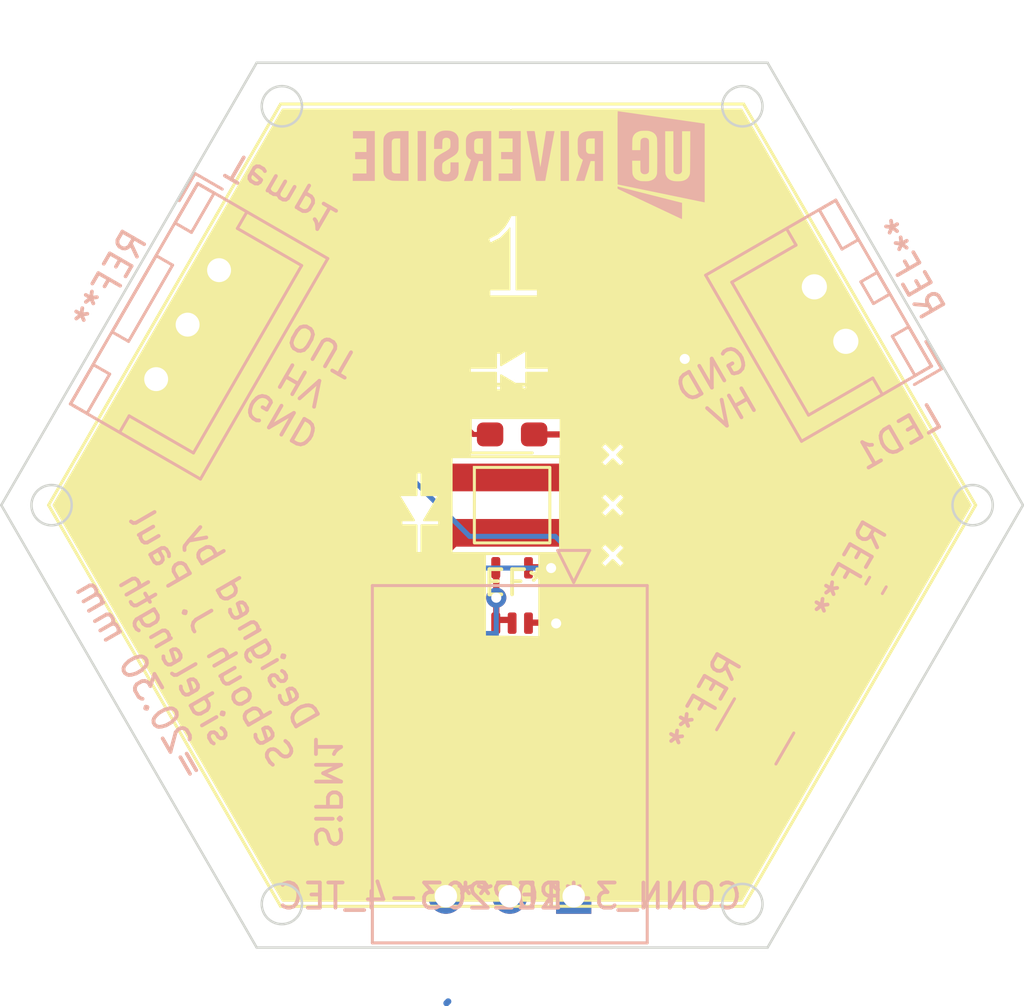
<source format=kicad_pcb>
(kicad_pcb (version 20211014) (generator pcbnew)
  (layers (0 "F.Cu" signal) (31 "B.Cu" signal) (34 "B.Paste" user) (35 "F.Paste" user) (36 "B.SilkS" user "B.Silkscreen") (37 "F.SilkS" user "F.Silkscreen") (38 "B.Mask" user) (39 "F.Mask" user) (44 "Edge.Cuts" user))
  (net 0 "")
  (footprint "Symbol:diode_direction_negative" (layer "F.Cu") (at 103.8 52.65)
    (fp_text reference "REF**" hide)
    (fp_text value "diode_direction_negative" hide)
    (fp_poly (pts (xy 1.4 0.05) (xy 1.4 -0.1) (xy 0.5 -0.1) (xy 0.5 -0.8) (xy -0.5 -0.2) (xy -0.5 -0.7) (xy -0.7 -0.7) (xy -0.7 -0.1) (xy -1.8 -0.1) (xy -1.8 0.1) (xy -0.7 0.1) (xy -0.7 0.8) (xy -0.5 0.8) (xy -0.5 0.2) (xy 0.5 0.8) (xy 0.5 0.1) (xy 2.5 0.1) (xy 2.5 1.9) (xy -1.9 1.9) (xy -1.9 -2) (xy 2.5 -2) (xy 2.5 0.075)) (layer "F.SilkS") (width 0.08) (fill solid))
  )
  (footprint "LED_SMD:LED_0603_1608Metric_Pad1.05x0.95mm_HandSolder" (layer "F.Cu") (at 103.74 55.2)
    (fp_text reference "REF**" (at 0 -1.43) (layer "F.SilkS"))
    (fp_text value "LED_0603_1608Metric_Pad1.05x0.95mm_HandSolder")
    (fp_line (start -1.66 -0.735) (end -1.66 0.735) (layer "F.SilkS") (width 0.12))
    (fp_line (start 0.8 -0.735) (end -1.66 -0.735) (layer "F.SilkS") (width 0.12))
    (fp_line (start -1.66 0.735) (end 0.8 0.735) (layer "F.SilkS") (width 0.12))
    (pad "1" smd roundrect (at -0.875 0) (size 1.05 0.95) (layers "F.Cu" "F.Paste" "F.Mask"))
    (pad "2" smd roundrect (at 0.875 0) (size 1.05 0.95) (layers "F.Cu" "F.Paste" "F.Mask"))
  )
  (footprint "" (layer "F.Cu") (at 103.09 62.7)
    (fp_text reference "" (at 0 0) (layer "F.SilkS") (effects (font (size 1.27 1.27))))
    (fp_text value "" (at 0 0) (layer "F.SilkS") (effects (font (size 1.27 1.27))))
    (pad "1" smd roundrect (at 0 0) (size 0.35 0.85) (layers "F.Cu" "F.Paste" "F.Mask"))
  )
  (footprint "Sensor:LM94021QBIMG-NOPB" (layer "F.Cu") (at 103.74 61.6)
    (fp_text reference "REF**" (at 0 -0.5 unlocked) (layer "F.SilkS"))
    (fp_text value "LM94021QBIMG-NOPB")
    (pad "1" smd roundrect (at -0.65 1.1) (size 0.35 0.85) (layers "F.Cu" "F.Paste" "F.Mask"))
    (pad "2" smd roundrect (at 0 1.1) (size 0.35 0.85) (layers "F.Cu" "F.Paste" "F.Mask"))
    (pad "3" smd roundrect (at 0.65 1.1) (size 0.35 0.85) (layers "F.Cu" "F.Paste" "F.Mask"))
    (pad "4" smd roundrect (at 0.65 -1.1) (size 0.35 0.85) (layers "F.Cu" "F.Paste" "F.Mask"))
    (pad "5" smd roundrect (at -0.65 -1.1) (size 0.35 0.85) (layers "F.Cu" "F.Paste" "F.Mask"))
  )
  (footprint "" (layer "F.Cu") (at 103.09 60.5)
    (fp_text reference "" (at 0 0) (layer "F.SilkS") (effects (font (size 1.27 1.27))))
    (fp_text value "" (at 0 0) (layer "F.SilkS") (effects (font (size 1.27 1.27))))
    (pad "5" smd roundrect (at 0 0) (size 0.35 0.85) (layers "F.Cu" "F.Paste" "F.Mask"))
  )
  (footprint "SiPM:S14160-3015PS_copy" (layer "F.Cu") (at 103.74 58.01)
    (fp_text reference "REF**" hide)
    (fp_text value "S14160-3015PS")
    (fp_line (start -18.42 0) (end -9.2 -15.94) (layer "F.SilkS") (width 0.12))
    (fp_line (start 9.2 15.94) (end 18.42 0) (layer "F.SilkS") (width 0.12))
    (fp_line (start 1.925 -1.925) (end -2.425 -1.925) (layer "F.SilkS") (width 0.12))
    (fp_line (start -2.425 1.925) (end -2.425 -1.925) (layer "F.SilkS") (width 0.12))
    (fp_line (start -2.425 1.925) (end 1.925 1.925) (layer "F.SilkS") (width 0.12))
    (fp_line (start 18.42 0) (end 9.2 -15.94) (layer "F.SilkS") (width 0.12))
    (fp_line (start 1.925 -1.925) (end 1.925 1.925) (layer "F.SilkS") (width 0.12))
    (fp_line (start -9.2 -15.94) (end 9.2 -15.94) (layer "F.SilkS") (width 0.12))
    (fp_line (start -9.2 15.94) (end -18.42 0) (layer "F.SilkS") (width 0.12))
    (fp_line (start -9.2 15.94) (end 9.2 15.94) (layer "F.SilkS") (width 0.12))
    (fp_rect (start -1.5 -1.5) (end 1.5 1.5) (layer "F.SilkS") (width 0.12) (fill none))
    (fp_rect (start 4.6 -7.3) (end 1.95 -2.6) (layer "F.SilkS") (width 0.12) (fill solid))
    (fp_rect (start 4.6 0.6) (end 3.375 1.4) (layer "F.SilkS") (width 0.12) (fill solid))
    (fp_rect (start 1.1 2) (end 1.95 2.575) (layer "F.SilkS") (width 0.12) (fill solid))
    (fp_rect (start -1.7 -2) (end -2.425 -7.3) (layer "F.SilkS") (width 0.12) (fill solid))
    (fp_rect (start 3.375 2.575) (end 1.95 -2.6) (layer "F.SilkS") (width 0.12) (fill solid))
    (fp_rect (start 1.1 5.525) (end 4.6 2.575) (layer "F.SilkS") (width 0.12) (fill solid))
    (fp_rect (start -4.975 1.975) (end -1.1 5.325) (layer "F.SilkS") (width 0.12) (fill solid))
    (fp_rect (start -2.425 -8.1) (end 4.6 -7.3) (layer "F.SilkS") (width 0.12) (fill solid))
    (fp_rect (start -2.425 -1.925) (end -5 -12.1) (layer "F.SilkS") (width 0.12) (fill solid))
    (fp_rect (start 4.6 -0.625) (end 3.375 -1.4) (layer "F.SilkS") (width 0.12) (fill solid))
    (fp_poly (pts (xy -0.1 -12.1) (xy -5 -11.9) (xy -4.975 5.2) (xy 4.6 5.3) (xy 4.6 -8.1) (xy 1.9 -8.125) (xy 1.9 -12.1) (xy 0 -12.1) (xy 0 -15.7) (xy 9.1 -15.7) (xy 18.2 0) (xy 9.1 15.7) (xy -9.1 15.7) (xy -18.2 0) (xy -9.1 -15.7) (xy -0.1 -15.7)) (layer "F.SilkS") (width 0.12) (fill solid))
    (fp_poly (pts (xy 4.6 -1.4) (xy 3.7 -1.4) (xy 3.7 -1.5) (xy 4 -1.8) (xy 4.3 -1.5) (xy 4.5 -1.7) (xy 4.2 -2) (xy 4.5 -2.3) (xy 4.3 -2.5) (xy 4 -2.2) (xy 3.7 -2.5) (xy 3.5 -2.3) (xy 3.8 -2) (xy 3.5 -1.7) (xy 3.65 -1.55) (xy 3.675 -1.4) (xy 3.4 -1.4) (xy 3.4 -2.6) (xy 4.6 -2.6)) (layer "F.SilkS") (width 0.12) (fill solid))
    (fp_poly (pts (xy -3.65 -1.3) (xy -3.8 -1.3) (xy -3.8 -0.4) (xy -4.5 -0.4) (xy -3.9 0.6) (xy -4.4 0.6) (xy -4.4 0.8) (xy -3.8 0.8) (xy -3.8 1.9) (xy -3.6 1.9) (xy -3.6 0.8) (xy -2.9 0.8) (xy -2.9 0.6) (xy -3.5 0.6) (xy -2.9 -0.4) (xy -3.6 -0.4) (xy -3.6 -1.925) (xy -2.425 -1.925) (xy -2.425 2) (xy -5 2) (xy -5 -1.9) (xy -3.65 -1.9)) (layer "F.SilkS") (width 0.08) (fill solid))
    (fp_poly (pts (xy 4.6 0.6) (xy 3.7 0.6) (xy 3.7 0.5) (xy 4 0.2) (xy 4.3 0.5) (xy 4.5 0.3) (xy 4.2 0) (xy 4.5 -0.3) (xy 4.3 -0.5) (xy 4 -0.2) (xy 3.7 -0.5) (xy 3.5 -0.3) (xy 3.8 0) (xy 3.5 0.3) (xy 3.65 0.45) (xy 3.675 0.6) (xy 3.4 0.6) (xy 3.4 -0.6) (xy 4.6 -0.6)) (layer "F.SilkS") (width 0.12) (fill solid))
    (fp_poly (pts (xy 4.6 2.6) (xy 3.7 2.6) (xy 3.7 2.5) (xy 4 2.2) (xy 4.3 2.5) (xy 4.5 2.3) (xy 4.2 2) (xy 4.5 1.7) (xy 4.3 1.5) (xy 4 1.8) (xy 3.7 1.5) (xy 3.5 1.7) (xy 3.8 2) (xy 3.5 2.3) (xy 3.65 2.45) (xy 3.675 2.6) (xy 3.4 2.6) (xy 3.4 1.4) (xy 4.6 1.4)) (layer "F.SilkS") (width 0.12) (fill solid))
    (pad "1" smd rect (at -0.25 -1.1) (size 4.3 1.1) (layers "F.Cu" "F.Paste" "F.Mask"))
    (pad "2" smd rect (at -0.25 1.1) (size 4.3 1.1) (layers "F.Cu" "F.Paste" "F.Mask"))
  )
  (footprint "Connector_JST:JST_XH_B3B-XH-A_1x03_P2.50mm_Vertical" (layer "B.Cu") (at 92.095337 48.672437 -120)
    (fp_text reference "REF**" (at 2.5 3.55 60) (layer "B.SilkS") (effects (justify mirror)))
    (fp_text value "JST_XH_B3B-XH-A_1x03_P2.50mm_Vertical")
    (fp_line (start -1.6 2.75) (end -2.85 2.75) (layer "B.SilkS") (width 0.12))
    (fp_line (start -2.55 2.45) (end -2.55 1.7) (layer "B.SilkS") (width 0.12))
    (fp_line (start 4.25 2.45) (end 0.75 2.45) (layer "B.SilkS") (width 0.12))
    (fp_line (start 4.25 1.7) (end 4.25 2.45) (layer "B.SilkS") (width 0.12))
    (fp_line (start 7.56 2.46) (end -2.56 2.46) (layer "B.SilkS") (width 0.12))
    (fp_line (start 7.55 1.7) (end 7.55 2.45) (layer "B.SilkS") (width 0.12))
    (fp_line (start 0.75 1.7) (end 4.25 1.7) (layer "B.SilkS") (width 0.12))
    (fp_line (start -1.8 -2.75) (end 2.5 -2.75) (layer "B.SilkS") (width 0.12))
    (fp_line (start 6.8 0.2) (end 6.8 -2.75) (layer "B.SilkS") (width 0.12))
    (fp_line (start 0.75 2.45) (end 0.75 1.7) (layer "B.SilkS") (width 0.12))
    (fp_line (start 5.75 1.7) (end 7.55 1.7) (layer "B.SilkS") (width 0.12))
    (fp_line (start 7.55 2.45) (end 5.75 2.45) (layer "B.SilkS") (width 0.12))
    (fp_line (start -1.8 0.2) (end -1.8 -2.75) (layer "B.SilkS") (width 0.12))
    (fp_line (start 5.75 2.45) (end 5.75 1.7) (layer "B.SilkS") (width 0.12))
    (fp_line (start 7.55 0.2) (end 6.8 0.2) (layer "B.SilkS") (width 0.12))
    (fp_line (start -2.55 1.7) (end -0.75 1.7) (layer "B.SilkS") (width 0.12))
    (fp_line (start -2.56 -3.51) (end 7.56 -3.51) (layer "B.SilkS") (width 0.12))
    (fp_line (start -2.85 2.75) (end -2.85 1.5) (layer "B.SilkS") (width 0.12))
    (fp_line (start -0.75 1.7) (end -0.75 2.45) (layer "B.SilkS") (width 0.12))
    (fp_line (start 6.8 -2.75) (end 2.5 -2.75) (layer "B.SilkS") (width 0.12))
    (fp_line (start -2.55 0.2) (end -1.8 0.2) (layer "B.SilkS") (width 0.12))
    (fp_line (start 7.56 -3.51) (end 7.56 2.46) (layer "B.SilkS") (width 0.12))
    (fp_line (start -2.56 2.46) (end -2.56 -3.51) (layer "B.SilkS") (width 0.12))
    (fp_line (start -0.75 2.45) (end -2.55 2.45) (layer "B.SilkS") (width 0.12))
    (pad "1" thru_hole roundrect (at 0 0 240) (size 1.7 1.95) (drill 0.95) (layers *.Cu *.Mask) (roundrect_rratio 0.1470588235))
    (pad "2" thru_hole oval (at 2.5 0 240) (size 1.7 1.95) (drill 0.95) (layers *.Cu *.Mask))
    (pad "3" thru_hole oval (at 5 0 240) (size 1.7 1.95) (drill 0.95) (layers *.Cu *.Mask))
  )
  (footprint "AMPMODU:3-102203-4" (layer "B.Cu") (at 106.1875 73.5501 180)
    (fp_text reference "REF**" (at 2.54 0) (layer "B.SilkS") (effects (justify mirror)))
    (fp_text value "CONN_3-102203-4_TEC" (at 2.54 0) (layer "B.SilkS") (effects (justify mirror)))
    (fp_text user "*" (at 0 0) (layer "B.SilkS") (effects (justify mirror)))
    (fp_line (start 0.635 13.7414) (end 0 12.4714) (layer "B.SilkS") (width 0.12))
    (fp_line (start 8.001 -1.8542) (end 8.001 12.3444) (layer "B.SilkS") (width 0.12))
    (fp_line (start 0 12.4714) (end -0.635 13.7414) (layer "B.SilkS") (width 0.12))
    (fp_line (start -2.921 -1.8542) (end 8.001 -1.8542) (layer "B.SilkS") (width 0.12))
    (fp_line (start -2.921 12.3444) (end -2.921 -1.8542) (layer "B.SilkS") (width 0.12))
    (fp_line (start 8.001 12.3444) (end -2.921 12.3444) (layer "B.SilkS") (width 0.12))
    (fp_line (start -0.635 13.7414) (end 0.635 13.7414) (layer "B.SilkS") (width 0.12))
    (pad "1" thru_hole rect locked (at 0 0 180) (size 1.397 1.397) (drill 0.889) (layers *.Cu *.Mask))
    (pad "2" thru_hole circle locked (at 2.54 0 180) (size 1.397 1.397) (drill 0.889) (layers *.Cu *.Mask))
    (pad "3" thru_hole circle locked (at 5.08 0 180) (size 1.397 1.397) (drill 0.889) (layers *.Cu *.Mask))
  )
  (footprint "Resistor_SMD:R_0402_1005Metric" (layer "B.Cu") (at 118.2 61.2 -120)
    (fp_text reference "REF**" (at 0 1.17 60) (layer "B.SilkS") (effects (justify mirror)))
    (fp_text value "R_0402_1005Metric")
    (fp_line (start -0.153641 0.38) (end 0.153641 0.38) (layer "B.SilkS") (width 0.12))
    (fp_line (start -0.153641 -0.38) (end 0.153641 -0.38) (layer "B.SilkS") (width 0.12))
    (pad "1" smd roundrect (at -0.51 0 240) (size 0.54 0.64) (layers "B.Cu" "B.Paste" "B.Mask"))
    (pad "2" smd roundrect (at 0.51 0 240) (size 0.54 0.64) (layers "B.Cu" "B.Paste" "B.Mask"))
  )
  (footprint "Capacitor_SMD:C_1210_3225Metric" (layer "B.Cu") (at 113.4 67 -120)
    (fp_text reference "REF**" (at 0 2.3 60) (layer "B.SilkS") (effects (justify mirror)))
    (fp_text value "C_1210_3225Metric")
    (fp_line (start -0.711252 -1.36) (end 0.711252 -1.36) (layer "B.SilkS") (width 0.12))
    (fp_line (start -0.711252 1.36) (end 0.711252 1.36) (layer "B.SilkS") (width 0.12))
    (pad "1" smd roundrect (at -1.475 0 240) (size 1.15 2.7) (layers "B.Cu" "B.Paste" "B.Mask") (roundrect_rratio 0.2173913043))
    (pad "2" smd roundrect (at 1.475 0 240) (size 1.15 2.7) (layers "B.Cu" "B.Paste" "B.Mask") (roundrect_rratio 0.2173913043))
  )
  (footprint "Connector_JST:JST_XH_B2B-XH-A_1x02_P2.50mm_Vertical" (layer "B.Cu") (at 117 51.5 120)
    (fp_text reference "REF**" (at 1.25 3.55 120) (layer "B.SilkS") (effects (justify mirror)))
    (fp_text value "JST_XH_B2B-XH-A_1x02_P2.50mm_Vertical")
    (fp_line (start -0.75 1.7) (end -0.75 2.45) (layer "B.SilkS") (width 0.12))
    (fp_line (start 4.3 0.2) (end 4.3 -2.75) (layer "B.SilkS") (width 0.12))
    (fp_line (start -2.55 0.2) (end -1.8 0.2) (layer "B.SilkS") (width 0.12))
    (fp_line (start 5.06 -3.51) (end 5.06 2.46) (layer "B.SilkS") (width 0.12))
    (fp_line (start 0.75 1.7) (end 1.75 1.7) (layer "B.SilkS") (width 0.12))
    (fp_line (start -2.55 1.7) (end -0.75 1.7) (layer "B.SilkS") (width 0.12))
    (fp_line (start -1.8 0.2) (end -1.8 -2.75) (layer "B.SilkS") (width 0.12))
    (fp_line (start 5.05 1.7) (end 5.05 2.45) (layer "B.SilkS") (width 0.12))
    (fp_line (start -2.85 2.75) (end -2.85 1.5) (layer "B.SilkS") (width 0.12))
    (fp_line (start -1.8 -2.75) (end 1.25 -2.75) (layer "B.SilkS") (width 0.12))
    (fp_line (start 0.75 2.45) (end 0.75 1.7) (layer "B.SilkS") (width 0.12))
    (fp_line (start 5.05 2.45) (end 3.25 2.45) (layer "B.SilkS") (width 0.12))
    (fp_line (start -2.55 2.45) (end -2.55 1.7) (layer "B.SilkS") (width 0.12))
    (fp_line (start -0.75 2.45) (end -2.55 2.45) (layer "B.SilkS") (width 0.12))
    (fp_line (start -1.6 2.75) (end -2.85 2.75) (layer "B.SilkS") (width 0.12))
    (fp_line (start 3.25 2.45) (end 3.25 1.7) (layer "B.SilkS") (width 0.12))
    (fp_line (start 3.25 1.7) (end 5.05 1.7) (layer "B.SilkS") (width 0.12))
    (fp_line (start -2.56 2.46) (end -2.56 -3.51) (layer "B.SilkS") (width 0.12))
    (fp_line (start 1.75 1.7) (end 1.75 2.45) (layer "B.SilkS") (width 0.12))
    (fp_line (start 1.75 2.45) (end 0.75 2.45) (layer "B.SilkS") (width 0.12))
    (fp_line (start 5.06 2.46) (end -2.56 2.46) (layer "B.SilkS") (width 0.12))
    (fp_line (start 5.05 0.2) (end 4.3 0.2) (layer "B.SilkS") (width 0.12))
    (fp_line (start -2.56 -3.51) (end 5.06 -3.51) (layer "B.SilkS") (width 0.12))
    (fp_line (start 4.3 -2.75) (end 1.25 -2.75) (layer "B.SilkS") (width 0.12))
    (pad "1" thru_hole roundrect (at 0 0 120) (size 1.7 2) (drill 1) (layers *.Cu *.Mask) (roundrect_rratio 0.1470588235))
    (pad "2" thru_hole oval (at 2.5 0 120) (size 1.7 2) (drill 1) (layers *.Cu *.Mask))
  )
  (footprint "Symbol:UCR_logo_1.4cm" (layer "B.Cu") (at 104.4 44.5 180)
    (fp_text reference "G***" hide)
    (fp_text value "LOGO" hide)
    (fp_poly (pts (xy -0.021082 1.355625) (xy 0.020969 1.354912) (xy 0.050873 1.353636) (xy 0.069922 1.351723) (xy 0.079407 1.3491) (xy 0.081056 1.346966) (xy 0.079714 1.338779) (xy 0.075793 1.316956) (xy 0.069452 1.282341) (xy 0.060848 1.235779) (xy 0.05014 1.178115) (xy 0.037484 1.110193) (xy 0.023038 1.032859) (xy 0.006962 0.946956) (xy -0.010588 0.853329) (xy -0.029454 0.752824) (xy -0.049477 0.646285) (xy -0.0705 0.534556) (xy -0.092366 0.418483) (xy -0.103163 0.361214) (xy -0.125369 0.243419) (xy -0.14681 0.129607) (xy -0.167328 0.020619) (xy -0.186766 -0.082703) (xy -0.204965 -0.179521) (xy -0.221769 -0.268992) (xy -0.237018 -0.350276) (xy -0.250557 -0.422533) (xy -0.262226 -0.484921) (xy -0.271868 -0.5366) (xy -0.279326 -0.57673) (xy -0.284443 -0.604469) (xy -0.287059 -0.618977) (xy -0.287381 -0.620999) (xy -0.29442 -0.622459) (xy -0.314224 -0.623767) (xy -0.344819 -0.624866) (xy -0.384233 -0.625698) (xy -0.430491 -0.626206) (xy -0.471599 -0.626341) (xy -0.521953 -0.626137) (xy -0.56706 -0.62556) (xy -0.604946 -0.62467) (xy -0.633638 -0.623524) (xy -0.651163 -0.622178) (xy -0.655817 -0.620982) (xy -0.657158 -0.613226) (xy -0.661075 -0.591829) (xy -0.66741 -0.557631) (xy -0.676007 -0.511474) (xy -0.686707 -0.454198) (xy -0.699353 -0.386643) (xy -0.713787 -0.309651) (xy -0.729851 -0.224063) (xy -0.747388 -0.130717) (xy -0.76624 -0.030457) (xy -0.78625 0.075879) (xy -0.807259 0.187449) (xy -0.82911 0.303413) (xy -0.840035 0.361361) (xy -0.862249 0.479235) (xy -0.883697 0.593171) (xy -0.904221 0.702325) (xy -0.923664 0.805853) (xy -0.941867 0.90291) (xy -0.958673 0.992651) (xy -0.973925 1.074231) (xy -0.987463 1.146805) (xy -0.999131 1.20953) (xy -1.00877 1.26156) (xy -1.016222 1.302051) (xy -1.021331 1.330158) (xy -1.023937 1.345036) (xy -1.024253 1.347234) (xy -1.020576 1.350219) (xy -1.008668 1.352394) (xy -0.987209 1.353814) (xy -0.954884 1.354534) (xy -0.910375 1.354607) (xy -0.856849 1.354142) (xy -0.689445 1.352162) (xy -0.578291 0.639462) (xy -0.562569 0.538852) (xy -0.54744 0.442402) (xy -0.533061 0.351103) (xy -0.519592 0.265947) (xy -0.507191 0.187927) (xy -0.496018 0.118034) (xy -0.48623 0.05726) (xy -0.477988 0.006597) (xy -0.471449 -0.032962) (xy -0.466772 -0.060427) (xy -0.464117 -0.074804) (xy -0.463603 -0.07677) (xy -0.461995 -0.070163) (xy -0.458301 -0.049977) (xy -0.45268 -0.0172) (xy -0.44529 0.027183) (xy -0.436292 0.082183) (xy -0.425843 0.146815) (xy -0.414104 0.220092) (xy -0.401234 0.301027) (xy -0.387391 0.388633) (xy -0.372735 0.481923) (xy -0.357426 0.579911) (xy -0.351 0.621191) (xy -0.335418 0.72133) (xy -0.320421 0.817536) (xy -0.306172 0.908785) (xy -0.292832 0.994053) (xy -0.280562 1.072314) (xy -0.269523 1.142544) (xy -0.259876 1.203717) (xy -0.251782 1.25481) (xy -0.245403 1.294797) (xy -0.2409 1.322654) (xy -0.238433 1.337356) (xy -0.238067 1.339266) (xy -0.236476 1.344733) (xy -0.23334 1.348842) (xy -0.226776 1.351788) (xy -0.214898 1.353765) (xy -0.195822 1.354966) (xy -0.167661 1.355584) (xy -0.128533 1.355813) (xy -0.076573 1.355846)) (layer "B.SilkS") (width 0) (fill solid))
    (fp_poly (pts (xy -3.531431 -0.856149) (xy -3.529851 -0.872059) (xy -3.52962 -0.890684) (xy -3.531192 -0.918885) (xy -3.535574 -0.936614) (xy -3.538831 -0.940819) (xy -3.54683 -0.944834) (xy -3.567304 -0.954723) (xy -3.599463 -0.970114) (xy -3.642519 -0.990634) (xy -3.695682 -1.015912) (xy -3.758163 -1.045573) (xy -3.829174 -1.079247) (xy -3.907926 -1.11656) (xy -3.993629 -1.15714) (xy -4.085495 -1.200615) (xy -4.182735 -1.246612) (xy -4.284559 -1.294758) (xy -4.390179 -1.344682) (xy -4.498806 -1.396011) (xy -4.60965 -1.448371) (xy -4.721923 -1.501392) (xy -4.834836 -1.5547) (xy -4.9476 -1.607924) (xy -5.059425 -1.660689) (xy -5.169524 -1.712625) (xy -5.277106 -1.763358) (xy -5.381383 -1.812517) (xy -5.481566 -1.859728) (xy -5.576866 -1.904619) (xy -5.666494 -1.946818) (xy -5.749661 -1.985953) (xy -5.825578 -2.02165) (xy -5.893455 -2.053537) (xy -5.952505 -2.081243) (xy -6.001938 -2.104394) (xy -6.040965 -2.122618) (xy -6.068798 -2.135543) (xy -6.084646 -2.142796) (xy -6.088185 -2.144299) (xy -6.089384 -2.137179) (xy -6.090499 -2.11681) (xy -6.091503 -2.084683) (xy -6.092369 -2.042286) (xy -6.09307 -1.991109) (xy -6.093581 -1.932642) (xy -6.093875 -1.868372) (xy -6.093937 -1.820971) (xy -6.093937 -1.497643) (xy -6.044198 -1.485237) (xy -6.025771 -1.48061) (xy -5.994623 -1.472752) (xy -5.951643 -1.461887) (xy -5.897717 -1.44824) (xy -5.833732 -1.432037) (xy -5.760574 -1.413503) (xy -5.679131 -1.392863) (xy -5.590289 -1.370341) (xy -5.494935 -1.346163) (xy -5.393955 -1.320554) (xy -5.288237 -1.29374) (xy -5.178668 -1.265944) (xy -5.066133 -1.237393) (xy -4.951521 -1.20831) (xy -4.835717 -1.178923) (xy -4.719609 -1.149454) (xy -4.604082 -1.12013) (xy -4.490025 -1.091176) (xy -4.378324 -1.062816) (xy -4.269866 -1.035276) (xy -4.165537 -1.008781) (xy -4.066224 -0.983556) (xy -3.972814 -0.959826) (xy -3.886194 -0.937815) (xy -3.807251 -0.91775) (xy -3.736871 -0.899855) (xy -3.675941 -0.884355) (xy -3.625348 -0.871475) (xy -3.585979 -0.861441) (xy -3.55872 -0.854477) (xy -3.544459 -0.850809) (xy -3.542516 -0.850293) (xy -3.535335 -0.849886)) (layer "B.SilkS") (width 0) (fill solid))
    (fp_poly (pts (xy 4.413867 -0.626341) (xy 4.082274 -0.626341) (xy 4.082274 1.355846) (xy 4.413867 1.355846)) (layer "B.SilkS") (width 0) (fill solid))
    (fp_poly (pts (xy 1.762967 1.355786) (xy 1.828408 1.35557) (xy 1.89197 1.354984) (xy 1.951474 1.354075) (xy 2.004739 1.352891) (xy 2.049587 1.351479) (xy 2.083835 1.349888) (xy 2.103771 1.348343) (xy 2.192516 1.333145) (xy 2.270184 1.308577) (xy 2.336655 1.274708) (xy 2.391805 1.231606) (xy 2.435511 1.179342) (xy 2.451938 1.151872) (xy 2.46334 1.129604) (xy 2.472734 1.108466) (xy 2.480295 1.086803) (xy 2.486199 1.062957) (xy 2.490622 1.035271) (xy 2.49374 1.002088) (xy 2.495728 0.96175) (xy 2.496762 0.9126) (xy 2.497018 0.852982) (xy 2.496673 0.781237) (xy 2.496271 0.733973) (xy 2.495583 0.663071) (xy 2.494901 0.605258) (xy 2.494124 0.558887) (xy 2.493149 0.522311) (xy 2.491875 0.493883) (xy 2.490199 0.471954) (xy 2.48802 0.454878) (xy 2.485237 0.441006) (xy 2.481747 0.428693) (xy 2.477449 0.416289) (xy 2.476479 0.41364) (xy 2.448246 0.356096) (xy 2.408613 0.302754) (xy 2.360918 0.257836) (xy 2.343255 0.245098) (xy 2.32034 0.22929) (xy 2.302826 0.216208) (xy 2.293861 0.208232) (xy 2.293351 0.207406) (xy 2.295285 0.199573) (xy 2.301557 0.179021) (xy 2.311762 0.146987) (xy 2.325494 0.104705) (xy 2.342348 0.053411) (xy 2.361917 -0.005662) (xy 2.383796 -0.071277) (xy 2.40758 -0.142199) (xy 2.431224 -0.212346) (xy 2.571105 -0.626341) (xy 2.233942 -0.626341) (xy 2.207932 -0.547128) (xy 2.199645 -0.521662) (xy 2.1876 -0.484327) (xy 2.172493 -0.437299) (xy 2.155021 -0.382756) (xy 2.135883 -0.322874) (xy 2.115776 -0.259833) (xy 2.096399 -0.198955) (xy 2.076599 -0.136715) (xy 2.057622 -0.077105) (xy 2.040069 -0.022011) (xy 2.02454 0.02668) (xy 2.011638 0.067082) (xy 2.001964 0.097309) (xy 1.996119 0.115475) (xy 1.99593 0.116058) (xy 1.980985 0.162112) (xy 1.820075 0.162112) (xy 1.820075 -0.626341) (xy 1.488482 -0.626341) (xy 1.488482 1.061097) (xy 1.820075 1.061097) (xy 1.820075 0.449493) (xy 1.928764 0.449534) (xy 1.969822 0.450071) (xy 2.007888 0.451518) (xy 2.039438 0.453673) (xy 2.06095 0.456337) (xy 2.065287 0.457304) (xy 2.101244 0.474393) (xy 2.132247 0.502663) (xy 2.154593 0.538611) (xy 2.156716 0.543787) (xy 2.161034 0.556664) (xy 2.164328 0.571431) (xy 2.166732 0.590185) (xy 2.168377 0.615018) (xy 2.169396 0.648028) (xy 2.169922 0.691308) (xy 2.170088 0.746954) (xy 2.17009 0.755295) (xy 2.169797 0.819834) (xy 2.168676 0.871538) (xy 2.166359 0.9123) (xy 2.16248 0.944014) (xy 2.156674 0.968574) (xy 2.148574 0.987876) (xy 2.137814 1.003812) (xy 2.124027 1.018277) (xy 2.118232 1.023508) (xy 2.100707 1.036937) (xy 2.081448 1.046829) (xy 2.057925 1.053685) (xy 2.027612 1.058005) (xy 1.987979 1.060292) (xy 1.936499 1.061044) (xy 1.928764 1.061056) (xy 1.820075 1.061097) (xy 1.488482 1.061097) (xy 1.488482 1.355846)) (layer "B.SilkS") (width 0) (fill solid))
    (fp_poly (pts (xy -3.538697 2.142681) (xy -3.537559 2.137445) (xy -3.536517 2.12802) (xy -3.535567 2.113836) (xy -3.534705 2.094321) (xy -3.533928 2.068904) (xy -3.533231 2.037015) (xy -3.53261 1.998082) (xy -3.532061 1.951534) (xy -3.53158 1.8968) (xy -3.531163 1.83331) (xy -3.530806 1.760492) (xy -3.530505 1.677776) (xy -3.530256 1.58459) (xy -3.530055 1.480363) (xy -3.529897 1.364524) (xy -3.529779 1.236502) (xy -3.529697 1.095727) (xy -3.529646 0.941627) (xy -3.529623 0.773632) (xy -3.52962 0.688976) (xy -3.529642 0.543671) (xy -3.529707 0.402343) (xy -3.529811 0.265694) (xy -3.529954 0.134426) (xy -3.530133 0.009241) (xy -3.530345 -0.109159) (xy -3.53059 -0.220073) (xy -3.530864 -0.322797) (xy -3.531166 -0.416631) (xy -3.531493 -0.500872) (xy -3.531843 -0.574818) (xy -3.532215 -0.637767) (xy -3.532606 -0.689017) (xy -3.533013 -0.727867) (xy -3.533436 -0.753613) (xy -3.533871 -0.765555) (xy -3.534017 -0.766347) (xy -3.541538 -0.767815) (xy -3.562854 -0.772133) (xy -3.597325 -0.779167) (xy -3.644313 -0.788788) (xy -3.703179 -0.800863) (xy -3.773284 -0.815261) (xy -3.85399 -0.831851) (xy -3.944657 -0.850501) (xy -4.044648 -0.871079) (xy -4.153323 -0.893455) (xy -4.270043 -0.917496) (xy -4.394171 -0.943071) (xy -4.525066 -0.970049) (xy -4.662092 -0.998299) (xy -4.804607 -1.027688) (xy -4.951975 -1.058085) (xy -5.103556 -1.089359) (xy -5.201191 -1.109508) (xy -5.35598 -1.141452) (xy -5.507428 -1.172707) (xy -5.654866 -1.203135) (xy -5.797624 -1.232596) (xy -5.935032 -1.260952) (xy -6.066419 -1.288066) (xy -6.191118 -1.313799) (xy -6.308456 -1.338013) (xy -6.417765 -1.36057) (xy -6.518375 -1.381331) (xy -6.609616 -1.400159) (xy -6.690818 -1.416914) (xy -6.761312 -1.431459) (xy -6.820427 -1.443656) (xy -6.867493 -1.453367) (xy -6.901842 -1.460452) (xy -6.922802 -1.464775) (xy -6.928445 -1.465937) (xy -6.992922 -1.479207) (xy -6.992922 1.348477) (xy -6.418863 1.348477) (xy -6.416092 0.517653) (xy -6.415601 0.381444) (xy -6.415078 0.259302) (xy -6.414513 0.150557) (xy -6.413899 0.054541) (xy -6.413224 -0.029417) (xy -6.41248 -0.101986) (xy -6.411658 -0.163837) (xy -6.410747 -0.215639) (xy -6.40974 -0.258062) (xy -6.408626 -0.291776) (xy -6.407395 -0.31745) (xy -6.40604 -0.335755) (xy -6.40455 -0.34736) (xy -6.403982 -0.350014) (xy -6.379244 -0.42144) (xy -6.343768 -0.482804) (xy -6.297515 -0.534143) (xy -6.240446 -0.575493) (xy -6.172519 -0.60689) (xy -6.102241 -0.626632) (xy -6.051589 -0.634448) (xy -5.991244 -0.639233) (xy -5.925937 -0.640978) (xy -5.860397 -0.639676) (xy -5.799356 -0.635322) (xy -5.747544 -0.627906) (xy -5.743923 -0.627177) (xy -5.666571 -0.605925) (xy -5.600881 -0.576181) (xy -5.545975 -0.537195) (xy -5.500975 -0.488217) (xy -5.465004 -0.4285) (xy -5.440771 -0.368436) (xy -5.438688 -0.361562) (xy -5.436825 -0.353593) (xy -5.435167 -0.343694) (xy -5.433701 -0.331029) (xy -5.43241 -0.314764) (xy -5.43128 -0.294064) (xy -5.430296 -0.268093) (xy -5.429443 -0.236016) (xy -5.428707 -0.196999) (xy -5.428072 -0.150205) (xy -5.427523 -0.0948) (xy -5.427046 -0.029949) (xy -5.426625 0.045183) (xy -5.426246 0.131432) (xy -5.425894 0.229632) (xy -5.425554 0.340619) (xy -5.425434 0.384282) (xy -5.107775 0.384282) (xy -5.107727 0.293023) (xy -5.107481 0.20278) (xy -5.107035 0.114868) (xy -5.106391 0.030598) (xy -5.105549 -0.048717) (xy -5.104507 -0.121763) (xy -5.103265 -0.187229) (xy -5.101824 -0.2438) (xy -5.100184 -0.290166) (xy -5.098343 -0.325012) (xy -5.096303 -0.347026) (xy -5.095434 -0.351932) (xy -5.072507 -0.421158) (xy -5.038515 -0.480962) (xy -4.993308 -0.531468) (xy -4.936739 -0.572802) (xy -4.86866 -0.605087) (xy -4.788923 -0.62845) (xy -4.761444 -0.633967) (xy -4.742911 -0.635857) (xy -4.712776 -0.637243) (xy -4.674171 -0.638056) (xy -4.630226 -0.638225) (xy -4.590717 -0.637804) (xy -4.538235 -0.636605) (xy -4.497525 -0.634906) (xy -4.465621 -0.632424) (xy -4.439558 -0.628876) (xy -4.416371 -0.62398) (xy -4.400393 -0.619635) (xy -4.32618 -0.592578) (xy -4.26416 -0.557914) (xy -4.213414 -0.514766) (xy -4.173025 -0.462256) (xy -4.142074 -0.399509) (xy -4.128678 -0.360102) (xy -4.125291 -0.345849) (xy -4.122484 -0.32714) (xy -4.120173 -0.302401) (xy -4.118279 -0.270057) (xy -4.116719 -0.228534) (xy -4.11541 -0.176257) (xy -4.114273 -0.111652) (xy -4.11371 -0.071845) (xy -4.110418 0.17685) (xy -4.435974 0.17685) (xy -4.435974 -0.014374) (xy -4.436304 -0.074127) (xy -4.437247 -0.128325) (xy -4.438728 -0.174901) (xy -4.440674 -0.211784) (xy -4.443012 -0.236905) (xy -4.444137 -0.243663) (xy -4.459971 -0.28548) (xy -4.486816 -0.318783) (xy -4.523177 -0.342851) (xy -4.567556 -0.356964) (xy -4.618459 -0.360404) (xy -4.671625 -0.353101) (xy -4.712982 -0.33684) (xy -4.746478 -0.309971) (xy -4.768207 -0.277182) (xy -4.770669 -0.271202) (xy -4.77282 -0.26417) (xy -4.774681 -0.255108) (xy -4.776271 -0.243035) (xy -4.777613 -0.226971) (xy -4.778727 -0.205937) (xy -4.779635 -0.178951) (xy -4.780357 -0.145034) (xy -4.780914 -0.103207) (xy -4.781328 -0.052488) (xy -4.781619 0.008102) (xy -4.781809 0.079542) (xy -4.781919 0.162814) (xy -4.781969 0.258897) (xy -4.78198 0.364752) (xy -4.781968 0.474136) (xy -4.781916 0.569762) (xy -4.781804 0.65261) (xy -4.781611 0.723662) (xy -4.781316 0.783895) (xy -4.780897 0.834292) (xy -4.780335 0.875831) (xy -4.779607 0.909493) (xy -4.778692 0.936258) (xy -4.777571 0.957105) (xy -4.776221 0.973016) (xy -4.774621 0.984969) (xy -4.772751 0.993945) (xy -4.77059 1.000924) (xy -4.768207 1.006687) (xy -4.744618 1.041478) (xy -4.710532 1.067731) (xy -4.671625 1.082605) (xy -4.616879 1.089711) (xy -4.566165 1.085642) (xy -4.521383 1.07112) (xy -4.484435 1.046864) (xy -4.457219 1.013595) (xy -4.449707 0.998463) (xy -4.446239 0.983398) (xy -4.443329 0.95576) (xy -4.440947 0.915018) (xy -4.439063 0.860643) (xy -4.437646 0.792104) (xy -4.437561 0.786612) (xy -4.434691 0.596867) (xy -4.110309 0.596867) (xy -4.113605 0.819771) (xy -4.114752 0.887479) (xy -4.116054 0.942222) (xy -4.117614 0.985772) (xy -4.119536 1.019901) (xy -4.121925 1.046382) (xy -4.124886 1.066987) (xy -4.128522 1.083488) (xy -4.129292 1.086287) (xy -4.155066 1.15451) (xy -4.191121 1.21302) (xy -4.237993 1.262322) (xy -4.296221 1.302915) (xy -4.366341 1.335304) (xy -4.411663 1.350236) (xy -4.433594 1.356156) (xy -4.454439 1.360499) (xy -4.477063 1.363502) (xy -4.504333 1.365402) (xy -4.539115 1.366437) (xy -4.584274 1.366843) (xy -4.612823 1.366885) (xy -4.664384 1.366717) (xy -4.704092 1.366053) (xy -4.734829 1.364649) (xy -4.759478 1.362265) (xy -4.78092 1.358659) (xy -4.802038 1.353588) (xy -4.815204 1.349901) (xy -4.891927 1.321771) (xy -4.956725 1.285111) (xy -5.009883 1.239647) (xy -5.051682 1.185108) (xy -5.082405 1.12122) (xy -5.09525 1.079813) (xy -5.097375 1.064008) (xy -5.099302 1.03478) (xy -5.101033 0.993441) (xy -5.102567 0.941305) (xy -5.103904 0.879683) (xy -5.105043 0.809889) (xy -5.105985 0.733236) (xy -5.10673 0.651036) (xy -5.107276 0.564602) (xy -5.107625 0.475246) (xy -5.107775 0.384282) (xy -5.425434 0.384282) (xy -5.425211 0.465227) (xy -5.425093 0.510285) (xy -5.422906 1.348477) (xy -5.74729 1.348477) (xy -5.749291 0.547128) (xy -5.751291 -0.254221) (xy -5.767704 -0.284917) (xy -5.79087 -0.317257) (xy -5.821511 -0.33945) (xy -5.862339 -0.353335) (xy -5.871319 -0.355157) (xy -5.927538 -0.36036) (xy -5.977461 -0.354375) (xy -6.019738 -0.337682) (xy -6.05302 -0.310763) (xy -6.071398 -0.283898) (xy -6.090253 -0.247257) (xy -6.094377 1.348477) (xy -6.418863 1.348477) (xy -6.992922 1.348477) (xy -6.992922 1.649424) (xy -6.972658 1.653598) (xy -6.963232 1.655086) (xy -6.940067 1.658531) (xy -6.903945 1.66382) (xy -6.855646 1.670841) (xy -6.795951 1.679485) (xy -6.725641 1.689637) (xy -6.645496 1.701188) (xy -6.556298 1.714025) (xy -6.458827 1.728037) (xy -6.353863 1.743113) (xy -6.242188 1.75914) (xy -6.124583 1.776007) (xy -6.001827 1.793602) (xy -5.874703 1.811814) (xy -5.743991 1.830531) (xy -5.610471 1.849642) (xy -5.474924 1.869035) (xy -5.338131 1.888598) (xy -5.200873 1.90822) (xy -5.063931 1.927789) (xy -4.928086 1.947193) (xy -4.794117 1.966322) (xy -4.662807 1.985062) (xy -4.534935 2.003304) (xy -4.411283 2.020934) (xy -4.292631 2.037842) (xy -4.179761 2.053916) (xy -4.073452 2.069043) (xy -3.974486 2.083114) (xy -3.883643 2.096015) (xy -3.801705 2.107636) (xy -3.729451 2.117865) (xy -3.667664 2.12659) (xy -3.617123 2.133699) (xy -3.578609 2.139081) (xy -3.552904 2.142625) (xy -3.540787 2.144218) (xy -3.539936 2.1443)) (layer "B.SilkS") (width 0) (fill solid))
    (fp_poly (pts (xy -2.680375 1.355786) (xy -2.614934 1.35557) (xy -2.551372 1.354984) (xy -2.491868 1.354075) (xy -2.438603 1.352891) (xy -2.393755 1.351479) (xy -2.359507 1.349888) (xy -2.339571 1.348343) (xy -2.250779 1.333072) (xy -2.173023 1.308298) (xy -2.106406 1.274097) (xy -2.051028 1.230547) (xy -2.006991 1.177725) (xy -1.974396 1.115707) (xy -1.956066 1.057137) (xy -1.952945 1.041559) (xy -1.950469 1.023557) (xy -1.948591 1.001493) (xy -1.947263 0.973725) (xy -1.94644 0.938614) (xy -1.946075 0.894519) (xy -1.946122 0.839802) (xy -1.946532 0.77282) (xy -1.946865 0.733672) (xy -1.947531 0.662902) (xy -1.948187 0.605236) (xy -1.948937 0.559045) (xy -1.949882 0.522696) (xy -1.951125 0.494558) (xy -1.952768 0.472999) (xy -1.954915 0.456387) (xy -1.957667 0.443091) (xy -1.961128 0.43148) (xy -1.965399 0.419921) (xy -1.966809 0.416333) (xy -1.997879 0.35226) (xy -2.03684 0.299215) (xy -2.08582 0.254665) (xy -2.124036 0.229064) (xy -2.140874 0.21767) (xy -2.150663 0.208541) (xy -2.151669 0.206279) (xy -2.149374 0.198347) (xy -2.142767 0.177711) (xy -2.132266 0.145623) (xy -2.118287 0.103339) (xy -2.101247 0.052111) (xy -2.081563 -0.006807) (xy -2.059651 -0.072161) (xy -2.035928 -0.142697) (xy -2.015347 -0.203732) (xy -1.990428 -0.277707) (xy -1.966978 -0.347629) (xy -1.945418 -0.412231) (xy -1.926163 -0.470246) (xy -1.909632 -0.520406) (xy -1.896243 -0.561446) (xy -1.886414 -0.592096) (xy -1.880563 -0.611092) (xy -1.879026 -0.617074) (xy -1.881833 -0.620231) (xy -1.891269 -0.622551) (xy -1.908854 -0.624105) (xy -1.936107 -0.624962) (xy -1.974549 -0.62519) (xy -2.025699 -0.624858) (xy -2.045621 -0.624638) (xy -2.212216 -0.622657) (xy -2.311031 -0.31317) (xy -2.332817 -0.244908) (xy -2.354175 -0.177932) (xy -2.374478 -0.114209) (xy -2.393101 -0.055706) (xy -2.409418 -0.004391) (xy -2.422803 0.037768) (xy -2.432629 0.068806) (xy -2.43591 0.079214) (xy -2.461974 0.162112) (xy -2.623267 0.162112) (xy -2.623267 -0.626341) (xy -2.95486 -0.626341) (xy -2.95486 1.061097) (xy -2.623267 1.061097) (xy -2.623267 0.449493) (xy -2.514578 0.449534) (xy -2.473568 0.450062) (xy -2.435596 0.451486) (xy -2.40417 0.453607) (xy -2.382796 0.456228) (xy -2.378486 0.457186) (xy -2.341547 0.474584) (xy -2.310219 0.503083) (xy -2.290788 0.533928) (xy -2.286616 0.544479) (xy -2.283389 0.556798) (xy -2.280991 0.572823) (xy -2.279301 0.594491) (xy -2.278203 0.623739) (xy -2.277576 0.662506) (xy -2.277304 0.712728) (xy -2.277261 0.755295) (xy -2.277443 0.81997) (xy -2.278219 0.871745) (xy -2.27993 0.912457) (xy -2.282918 0.94394) (xy -2.287525 0.968032) (xy -2.294093 0.986567) (xy -2.302963 1.001382) (xy -2.314478 1.014311) (xy -2.327698 1.026117) (xy -2.345049 1.038716) (xy -2.364492 1.047978) (xy -2.388541 1.054373) (xy -2.419709 1.058371) (xy -2.460509 1.060442) (xy -2.513453 1.061055) (xy -2.514578 1.061056) (xy -2.623267 1.061097) (xy -2.95486 1.061097) (xy -2.95486 1.355846)) (layer "B.SilkS") (width 0) (fill solid))
    (fp_poly (pts (xy 5.045735 1.355786) (xy 5.139792 1.355458) (xy 5.220651 1.354399) (xy 5.289841 1.352428) (xy 5.34889 1.349366) (xy 5.399327 1.34503) (xy 5.442681 1.339241) (xy 5.480481 1.331817) (xy 5.514256 1.322579) (xy 5.545535 1.311345) (xy 5.575846 1.297934) (xy 5.588595 1.29164) (xy 5.62735 1.266808) (xy 5.666788 1.232701) (xy 5.702348 1.193815) (xy 5.729471 1.154649) (xy 5.731812 1.150388) (xy 5.739342 1.136237) (xy 5.745982 1.123127) (xy 5.751789 1.110083) (xy 5.756818 1.096131) (xy 5.761126 1.080297) (xy 5.764768 1.061607) (xy 5.7678 1.039086) (xy 5.770278 1.011761) (xy 5.772258 0.978658) (xy 5.773795 0.938801) (xy 5.774946 0.891218) (xy 5.775766 0.834934) (xy 5.776312 0.768974) (xy 5.776639 0.692365) (xy 5.776802 0.604132) (xy 5.776858 0.503301) (xy 5.776864 0.388899) (xy 5.776863 0.364752) (xy 5.776863 0.247585) (xy 5.776824 0.144179) (xy 5.776688 0.053559) (xy 5.7764 -0.025251) (xy 5.775902 -0.093226) (xy 5.775138 -0.151342) (xy 5.77405 -0.200575) (xy 5.77258 -0.241901) (xy 5.770674 -0.276295) (xy 5.768272 -0.304733) (xy 5.765319 -0.32819) (xy 5.761757 -0.347643) (xy 5.75753 -0.364068) (xy 5.75258 -0.378438) (xy 5.746851 -0.391732) (xy 5.740285 -0.404924) (xy 5.732825 -0.41899) (xy 5.730887 -0.42262) (xy 5.692708 -0.478734) (xy 5.642644 -0.526392) (xy 5.581057 -0.565338) (xy 5.508309 -0.595314) (xy 5.474134 -0.605266) (xy 5.458313 -0.609172) (xy 5.442686 -0.612416) (xy 5.425687 -0.615077) (xy 5.405749 -0.617233) (xy 5.381306 -0.618964) (xy 5.350792 -0.620348) (xy 5.312639 -0.621464) (xy 5.265282 -0.622391) (xy 5.207155 -0.623208) (xy 5.13669 -0.623994) (xy 5.093632 -0.624426) (xy 4.774934 -0.627558) (xy 4.774934 1.061097) (xy 5.106527 1.061097) (xy 5.106527 -0.331592) (xy 5.211531 -0.331551) (xy 5.251931 -0.331004) (xy 5.289333 -0.329532) (xy 5.320134 -0.327345) (xy 5.34073 -0.324649) (xy 5.34394 -0.323899) (xy 5.380879 -0.306501) (xy 5.412206 -0.278002) (xy 5.431638 -0.247157) (xy 5.434115 -0.24107) (xy 5.436271 -0.233786) (xy 5.438127 -0.2243) (xy 5.439707 -0.211606) (xy 5.441032 -0.194699) (xy 5.442124 -0.172574) (xy 5.443006 -0.144225) (xy 5.443701 -0.108648) (xy 5.444229 -0.064837) (xy 5.444614 -0.011787) (xy 5.444877 0.051508) (xy 5.445042 0.126052) (xy 5.445129 0.212851) (xy 5.445162 0.312911) (xy 5.445165 0.364752) (xy 5.44515 0.471385) (xy 5.445091 0.564285) (xy 5.444966 0.644458) (xy 5.444751 0.71291) (xy 5.444426 0.770645) (xy 5.443968 0.818669) (xy 5.443355 0.857987) (xy 5.442563 0.889604) (xy 5.441572 0.914526) (xy 5.440359 0.933758) (xy 5.438902 0.948305) (xy 5.437178 0.959172) (xy 5.435166 0.967365) (xy 5.432842 0.973889) (xy 5.431638 0.976661) (xy 5.408433 1.011894) (xy 5.376107 1.039096) (xy 5.34394 1.053404) (xy 5.326552 1.056196) (xy 5.298032 1.058534) (xy 5.261984 1.06021) (xy 5.222011 1.061015) (xy 5.211531 1.061056) (xy 5.106527 1.061097) (xy 4.774934 1.061097) (xy 4.774934 1.355846)) (layer "B.SilkS") (width 0) (fill solid))
    (fp_poly (pts (xy 0.749768 1.354063) (xy 1.18268 1.352162) (xy 1.184678 1.206629) (xy 1.186676 1.061097) (xy 0.641079 1.061097) (xy 0.641079 0.52318) (xy 1.09794 0.52318) (xy 1.09794 0.236013) (xy 0.871352 0.234064) (xy 0.644763 0.232115) (xy 0.642833 -0.049739) (xy 0.640904 -0.331592) (xy 1.193733 -0.331592) (xy 1.193733 -0.626341) (xy 0.316855 -0.626341) (xy 0.316855 1.355964)) (layer "B.SilkS") (width 0) (fill solid))
    (fp_poly (pts (xy 6.985552 1.061097) (xy 6.447635 1.061097) (xy 6.447635 0.52318) (xy 6.897128 0.52318) (xy 6.897128 0.2358) (xy 6.447635 0.2358) (xy 6.447635 -0.331592) (xy 6.992921 -0.331592) (xy 6.992921 -0.626341) (xy 6.116043 -0.626341) (xy 6.116043 1.355846) (xy 6.985552 1.355846)) (layer "B.SilkS") (width 0) (fill solid))
    (fp_poly (pts (xy -1.267421 -0.626341) (xy -1.599014 -0.626341) (xy -1.599014 1.355846) (xy -1.267421 1.355846)) (layer "B.SilkS") (width 0) (fill solid))
    (fp_poly (pts (xy 3.320101 1.373283) (xy 3.379039 1.369711) (xy 3.429638 1.363005) (xy 3.441195 1.360669) (xy 3.510717 1.339623) (xy 3.575087 1.30911) (xy 3.63202 1.270684) (xy 3.679229 1.225899) (xy 3.714428 1.176308) (xy 3.715559 1.174236) (xy 3.728255 1.149289) (xy 3.738381 1.125223) (xy 3.746225 1.099972) (xy 3.752072 1.071465) (xy 3.75621 1.037636) (xy 3.758926 0.996416) (xy 3.760506 0.945736) (xy 3.761236 0.883528) (xy 3.76138 0.84372) (xy 3.761734 0.644764) (xy 3.43751 0.644764) (xy 3.433826 0.817929) (xy 3.43241 0.877523) (xy 3.430711 0.924371) (xy 3.428297 0.960462) (xy 3.42474 0.987787) (xy 3.419607 1.008336) (xy 3.41247 1.024098) (xy 3.402896 1.037063) (xy 3.390457 1.049223) (xy 3.382281 1.056252) (xy 3.347352 1.076948) (xy 3.305721 1.088156) (xy 3.261145 1.090098) (xy 3.217383 1.082997) (xy 3.178195 1.067078) (xy 3.147338 1.042564) (xy 3.147069 1.042259) (xy 3.131129 1.019608) (xy 3.119141 0.99481) (xy 3.117414 0.989453) (xy 3.114178 0.969398) (xy 3.11185 0.938181) (xy 3.110426 0.899352) (xy 3.109904 0.856458) (xy 3.110278 0.813049) (xy 3.111546 0.772671) (xy 3.113703 0.738874) (xy 3.116747 0.715206) (xy 3.117701 0.711082) (xy 3.127176 0.68798) (xy 3.143708 0.664582) (xy 3.168433 0.63998) (xy 3.202488 0.613263) (xy 3.247009 0.583521) (xy 3.303134 0.549845) (xy 3.356859 0.51962) (xy 3.434958 0.475884) (xy 3.500929 0.437189) (xy 3.556088 0.40254) (xy 3.601754 0.370942) (xy 3.639242 0.341402) (xy 3.66987 0.312924) (xy 3.694954 0.284516) (xy 3.715812 0.255181) (xy 3.723255 0.242987) (xy 3.734524 0.22256) (xy 3.743655 0.202497) (xy 3.750845 0.181037) (xy 3.756288 0.15642) (xy 3.760182 0.126885) (xy 3.762723 0.090674) (xy 3.764105 0.046025) (xy 3.764527 -0.008821) (xy 3.764183 -0.075625) (xy 3.763714 -0.120181) (xy 3.762888 -0.186162) (xy 3.762044 -0.239204) (xy 3.761059 -0.281104) (xy 3.759811 -0.31366) (xy 3.758181 -0.338669) (xy 3.756045 -0.357929) (xy 3.753282 -0.373238) (xy 3.749771 -0.386394) (xy 3.745389 -0.399193) (xy 3.744721 -0.401) (xy 3.71432 -0.465367) (xy 3.674585 -0.519115) (xy 3.624807 -0.562841) (xy 3.564279 -0.597141) (xy 3.492294 -0.622612) (xy 3.477286 -0.626497) (xy 3.437936 -0.633804) (xy 3.388134 -0.639545) (xy 3.3321 -0.643541) (xy 3.274053 -0.645616) (xy 3.218213 -0.645592) (xy 3.168801 -0.643291) (xy 3.142761 -0.640577) (xy 3.058685 -0.623494) (xy 2.985497 -0.596799) (xy 2.923348 -0.560613) (xy 2.872387 -0.515057) (xy 2.832762 -0.460256) (xy 2.804625 -0.396329) (xy 2.793639 -0.355178) (xy 2.791109 -0.33526) (xy 2.788974 -0.302203) (xy 2.787289 -0.257599) (xy 2.786103 -0.203043) (xy 2.785471 -0.140129) (xy 2.785378 -0.102799) (xy 2.785378 0.110531) (xy 3.109602 0.110531) (xy 3.109602 -0.240525) (xy 3.129866 -0.280532) (xy 3.156274 -0.317472) (xy 3.192195 -0.343354) (xy 3.237042 -0.357855) (xy 3.275399 -0.361067) (xy 3.326439 -0.355149) (xy 3.368984 -0.337609) (xy 3.402449 -0.308773) (xy 3.420931 -0.280532) (xy 3.428215 -0.265644) (xy 3.433504 -0.252316) (xy 3.437118 -0.237871) (xy 3.439375 -0.219636) (xy 3.440594 -0.194935) (xy 3.441095 -0.161094) (xy 3.441195 -0.115438) (xy 3.441195 -0.110522) (xy 3.440707 -0.0532) (xy 3.438872 -0.008236) (xy 3.435131 0.026728) (xy 3.428925 0.054051) (xy 3.419696 0.07609) (xy 3.406886 0.095204) (xy 3.389936 0.11375) (xy 3.387516 0.116128) (xy 3.371404 0.129102) (xy 3.344314 0.147774) (xy 3.308252 0.170871) (xy 3.265227 0.197122) (xy 3.217246 0.225254) (xy 3.198027 0.236232) (xy 3.119435 0.281424) (xy 3.052907 0.321211) (xy 2.997214 0.356559) (xy 2.95113 0.388433) (xy 2.913426 0.417796) (xy 2.882877 0.445614) (xy 2.858254 0.472852) (xy 2.838331 0.500475) (xy 2.82188 0.529446) (xy 2.819854 0.533523) (xy 2.810258 0.554293) (xy 2.802632 0.574422) (xy 2.79675 0.595913) (xy 2.792389 0.620775) (xy 2.789325 0.65101) (xy 2.787333 0.688626) (xy 2.786189 0.735628) (xy 2.785669 0.79402) (xy 2.785558 0.840329) (xy 2.785687 0.906117) (xy 2.786259 0.959007) (xy 2.787356 1.000836) (xy 2.789061 1.033439) (xy 2.791456 1.058651) (xy 2.794624 1.078309) (xy 2.796665 1.087182) (xy 2.82134 1.155894) (xy 2.857682 1.215654) (xy 2.905562 1.266345) (xy 2.964851 1.307847) (xy 3.035419 1.340044) (xy 3.092107 1.357141) (xy 3.138827 1.365649) (xy 3.195437 1.371205) (xy 3.257381 1.373765)) (layer "B.SilkS") (width 0) (fill solid))
  )
  (gr_poly (pts (xy 105.65 49.75) (xy 105.9 50) (xy 101.3 50) (xy 101.3 49.5) (xy 102.85 49.5) (xy 102.85 49.7) (xy 104.75 49.7) (xy 104.75 49.45) (xy 103.9 49.45) (xy 103.9 46.5) (xy 103.7 46.5) (xy 103.6 46.7) (xy 103.425 46.975) (xy 103.175 47.225) (xy 102.8 47.425) (xy 102.875 47.6) (xy 103.275 47.4) (xy 103.575 47.1) (xy 103.65 47) (xy 103.65 49.45) (xy 101.3 49.45) (xy 101.315 45.91) (xy 105.65 45.96)) (layer "F.SilkS") (width 0.05) (fill solid))
  (gr_circle (center 94.59 73.86) (end 95.39 73.86) (layer "Edge.Cuts") (width 0.1) (fill none))
  (gr_circle (center 85.44 58.01) (end 86.24 58.01) (layer "Edge.Cuts") (width 0.1) (fill none))
  (gr_line (start 93.59 40.43) (end 83.44 58.01) (layer "Edge.Cuts") (width 0.1))
  (gr_circle (center 112.89 73.86) (end 113.69 73.86) (layer "Edge.Cuts") (width 0.1) (fill none))
  (gr_line (start 113.89 40.43) (end 93.59 40.43) (layer "Edge.Cuts") (width 0.1))
  (gr_line (start 93.59 75.59) (end 113.89 75.59) (layer "Edge.Cuts") (width 0.1))
  (gr_line (start 83.44 58.01) (end 93.59 75.59) (layer "Edge.Cuts") (width 0.1))
  (gr_line (start 124.04 58.01) (end 113.89 75.59) (layer "Edge.Cuts") (width 0.1))
  (gr_circle (center 122.04 58.01) (end 122.84 58.01) (layer "Edge.Cuts") (width 0.1) (fill none))
  (gr_circle (center 112.89 42.16) (end 113.69 42.16) (layer "Edge.Cuts") (width 0.1) (fill none))
  (gr_circle (center 94.59 42.16) (end 95.39 42.16) (layer "Edge.Cuts") (width 0.1) (fill none))
  (gr_line (start 124.04 58.01) (end 113.89 40.43) (layer "Edge.Cuts") (width 0.1))
  (gr_text "Designed by \nSebouh J. Paul\nsidelength\n=20.30 mm" (at 91.1 63.7 -60) (layer "B.SilkS") (effects (font (size 1 1)) (justify mirror)))
  (gr_text "LED1" (at 119.1 55.3 30) (layer "B.SilkS") (effects (font (size 1 1)) (justify mirror)))
  (gr_text "GND\nHV\nOUT" (at 95.4 53.2 150) (layer "B.SilkS") (effects (font (size 1 1)) (justify mirror)))
  (gr_text "SiPM1" (at 96.4 69.4 -90) (layer "B.SilkS") (effects (font (size 1 1)) (justify mirror)))
  (gr_text "GND\nHV" (at 112.1 53.5 30) (layer "B.SilkS") (effects (font (size 1 1)) (justify mirror)))
  (gr_text "Temp1" (at 94.6 45.6 150) (layer "B.SilkS") (effects (font (size 1 1)) (justify mirror)))
  (segment (start 110.6 52.2) (end 110 51.6) (width 0.2) (layer "F.Cu") (net 0))
  (segment (start 100.2 67.4) (end 103.6475 70.8475) (width 0.25) (layer "F.Cu") (net 0))
  (segment (start 101.89 59.11) (end 100.2 60.8) (width 0.25) (layer "F.Cu") (net 0))
  (segment (start 106.1875 67.0125) (end 106.1875 73.5501) (width 0.2) (layer "F.Cu") (net 0))
  (segment (start 103.49 56.91) (end 106.11 56.91) (width 0.25) (layer "F.Cu") (net 0))
  (segment (start 101 54) (end 102.2 55.2) (width 0.2) (layer "F.Cu") (net 0))
  (segment (start 113.1 55.2) (end 116.8 51.5) (width 0.25) (layer "F.Cu") (net 0))
  (segment (start 116.8 51.5) (end 117 51.5) (width 0.25) (layer "F.Cu") (net 0))
  (segment (start 110 51.6) (end 101.6 51.6) (width 0.2) (layer "F.Cu") (net 0))
  (segment (start 103.11 62.57) (end 103.11 60.54) (width 0.25) (layer "F.Cu") (net 0))
  (segment (start 103.6475 70.8475) (end 103.6475 73.5501) (width 0.25) (layer "F.Cu") (net 0))
  (segment (start 104.41 60.48) (end 105.26 60.48) (width 0.25) (layer "F.Cu") (net 0))
  (segment (start 102.2 55.2) (end 102.865 55.2) (width 0.2) (layer "F.Cu") (net 0))
  (segment (start 103.49 59.11) (end 101.89 59.11) (width 0.25) (layer "F.Cu") (net 0))
  (segment (start 104.41 62.68) (end 105.46 62.68) (width 0.25) (layer "F.Cu") (net 0))
  (segment (start 106.11 56.91) (end 107 57.8) (width 0.25) (layer "F.Cu") (net 0))
  (segment (start 101 52.2) (end 101 54) (width 0.2) (layer "F.Cu") (net 0))
  (segment (start 104.815 55.2) (end 113.1 55.2) (width 0.25) (layer "F.Cu") (net 0))
  (segment (start 103.76 62.57) (end 103.11 62.57) (width 0.25) (layer "F.Cu") (net 0))
  (segment (start 101.6 51.6) (end 101 52.2) (width 0.2) (layer "F.Cu") (net 0))
  (segment (start 100.2 60.8) (end 100.2 67.4) (width 0.25) (layer "F.Cu") (net 0))
  (segment (start 107 66.2) (end 106.1875 67.0125) (width 0.2) (layer "F.Cu") (net 0))
  (segment (start 107 57.8) (end 107 66.2) (width 0.25) (layer "F.Cu") (net 0))
  (via (at 105.49 62.71) (size 0.8) (drill 0.4) (layers "F.Cu" "B.Cu") (net 0))
  (via (at 110.6 52.2) (size 0.8) (drill 0.4) (layers "F.Cu" "B.Cu") (net 0))
  (via (at 105.29 60.51) (size 0.8) (drill 0.4) (layers "F.Cu" "B.Cu") (net 0))
  (via (at 103.11 61.69) (size 0.8) (drill 0.4) (layers "F.Cu" "B.Cu") (net 0))
  (segment (start 111.4 62.985113) (end 114.1375 65.722613) (width 0.2) (layer "B.Cu") (net 0))
  (segment (start 106.74 65.22) (end 106.02 65.22) (width 0.2) (layer "B.Cu") (net 0))
  (segment (start 113.254968 49.754968) (end 113.675 49.334936) (width 0.25) (layer "B.Cu") (net 0))
  (segment (start 110.6 52.2) (end 116 57.6) (width 0.2) (layer "B.Cu") (net 0))
  (segment (start 109 53.4) (end 109 51.6) (width 0.25) (layer "B.Cu") (net 0))
  (segment (start 90.842468 50.84037) (end 90.842468 51.457532) (width 0.2) (layer "B.Cu") (net 0))
  (segment (start 109.58 62.38) (end 108.68 63.28) (width 0.2) (layer "B.Cu") (net 0))
  (segment (start 105.45 59.25) (end 106.8 60.6) (width 0.2) (layer "B.Cu") (net 0))
  (segment (start 97.11 63.11) (end 94.7 60.7) (width 0.2) (layer "B.Cu") (net 0))
  (segment (start 90.842468 51.457532) (end 99.894936 60.51) (width 0.2) (layer "B.Cu") (net 0))
  (segment (start 92.095337 48.672437) (end 92.095337 49.295337) (width 0.2) (layer "B.Cu") (net 0))
  (segment (start 108.68 63.28) (end 106.74 65.22) (width 0.2) (layer "B.Cu") (net 0))
  (segment (start 109.62 62.38) (end 109.58 62.38) (width 0.2) (layer "B.Cu") (net 0))
  (segment (start 111.6 56) (end 109 53.4) (width 0.25) (layer "B.Cu") (net 0))
  (segment (start 104.42 65.22) (end 103.11 63.91) (width 0.2) (layer "B.Cu") (net 0))
  (segment (start 106.02 65.22) (end 105.22 65.22) (width 0.2) (layer "B.Cu") (net 0))
  (segment (start 117.241673 61.641673) (end 117.945 61.641673) (width 0.2) (layer "B.Cu") (net 0))
  (segment (start 111.4 60.6) (end 111.4 62.985113) (width 0.2) (layer "B.Cu") (net 0))
  (segment (start 95 61) (end 94.7 60.7) (width 0.2) (layer "B.Cu") (net 0))
  (segment (start 92.095337 49.295337) (end 92.3 49.5) (width 0.2) (layer "B.Cu") (net 0))
  (segment (start 113.254968 49.754968) (end 113.254968 51.244968) (width 0.25) (layer "B.Cu") (net 0))
  (segment (start 101.2 77.7325) (end 101.1325 77.8) (width 0.25) (layer "B.Cu") (net 0))
  (segment (start 90.845337 50.837501) (end 90.842468 50.84037) (width 0.2) (layer "B.Cu") (net 0))
  (segment (start 103.11 63.11) (end 97.11 63.11) (width 0.2) (layer "B.Cu") (net 0))
  (segment (start 113.254968 51.244968) (end 118.455 56.445) (width 0.25) (layer "B.Cu") (net 0))
  (segment (start 107.389786 73.5501) (end 108.869943 72.069943) (width 0.2) (layer "B.Cu") (net 0))
  (segment (start 109 51.6) (end 111.545032 49.054968) (width 0.25) (layer "B.Cu") (net 0))
  (segment (start 94.7 60.7) (end 90.25 56.25) (width 0.2) (layer "B.Cu") (net 0))
  (segment (start 99.894936 60.51) (end 105.29 60.51) (width 0.2) (layer "B.Cu") (net 0))
  (segment (start 118.641673 60.758327) (end 118.455 60.758327) (width 0.2) (layer "B.Cu") (net 0))
  (segment (start 116 57.6) (end 116 60.4) (width 0.2) (layer "B.Cu") (net 0))
  (segment (start 90.25 56.25) (end 89.595337 55.595337) (width 0.2) (layer "B.Cu") (net 0))
  (segment (start 108.869943 72.069943) (end 112.6625 68.277387) (width 0.2) (layer "B.Cu") (net 0))
  (segment (start 105.22 65.22) (end 104.42 65.22) (width 0.2) (layer "B.Cu") (net 0))
  (segment (start 113.254968 49.054968) (end 113.254968 49.754968) (width 0.25) (layer "B.Cu") (net 0))
  (segment (start 106.1875 73.5501) (end 107.389786 73.5501) (width 0.2) (layer "B.Cu") (net 0))
  (segment (start 106.8 60.6) (end 106.8 61.4) (width 0.2) (layer "B.Cu") (net 0))
  (segment (start 111.4 60.6) (end 111.6 60.4) (width 0.25) (layer "B.Cu") (net 0))
  (segment (start 118.455 60.758327) (end 118.455 56.445) (width 0.2) (layer "B.Cu") (net 0))
  (segment (start 106.8 61.4) (end 105.49 62.71) (width 0.2) (layer "B.Cu") (net 0))
  (segment (start 89.595337 55.595337) (end 89.595337 53.002564) (width 0.2) (layer "B.Cu") (net 0))
  (segment (start 113.675 49.334936) (end 115.75 49.334936) (width 0.25) (layer "B.Cu") (net 0))
  (segment (start 111.6 60.4) (end 111.6 56) (width 0.25) (layer "B.Cu") (net 0))
  (segment (start 111.4 60.6) (end 109.62 62.38) (width 0.2) (layer "B.Cu") (net 0))
  (segment (start 92.3 49.5) (end 102.05 59.25) (width 0.2) (layer "B.Cu") (net 0))
  (segment (start 109.47 62.49) (end 109.58 62.38) (width 0.2) (layer "B.Cu") (net 0))
  (segment (start 102.05 59.25) (end 105.45 59.25) (width 0.2) (layer "B.Cu") (net 0))
  (segment (start 101.1075 69.3325) (end 105.22 65.22) (width 0.2) (layer "B.Cu") (net 0))
  (segment (start 105.49 62.71) (end 105.49 62.69) (width 0.2) (layer "B.Cu") (net 0))
  (segment (start 103.11 63.91) (end 103.11 63.11) (width 0.2) (layer "B.Cu") (net 0))
  (segment (start 111.545032 49.054968) (end 113.254968 49.054968) (width 0.25) (layer "B.Cu") (net 0))
  (segment (start 101.1075 69.3325) (end 101.1075 73.5501) (width 0.2) (layer "B.Cu") (net 0))
  (segment (start 103.11 63.11) (end 103.11 61.69) (width 0.2) (layer "B.Cu") (net 0))
  (segment (start 116 60.4) (end 117.241673 61.641673) (width 0.2) (layer "B.Cu") (net 0))
)
</source>
